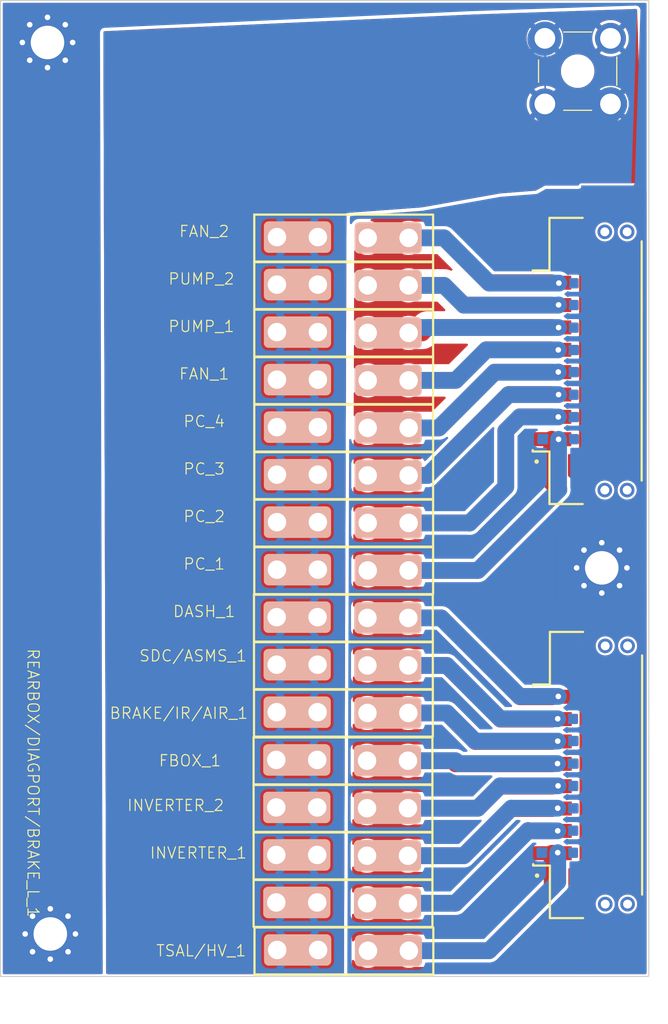
<source format=kicad_pcb>
(kicad_pcb (version 20241229) (generator "pcbnew") (generator_version "9.0")
  (title_block (rev "${REVISION}") (company "Author:") (comment 1 "Reviewer:"))
  (layers (0 "F.Cu" signal) (2 "B.Cu" signal) (13 "F.Paste" user) (15 "B.Paste" user) (5 "F.SilkS" user "F.Silkscreen") (7 "B.SilkS" user "B.Silkscreen") (1 "F.Mask" user) (3 "B.Mask" user) (25 "Edge.Cuts" user))
  (property "REVISION" "1.0")
  (net 0 "")
  (net 1 "GND")
  (net 2 "CAR_FUSE1")
  (net 3 "+BATT")
  (net 4 "CAR_FUSE2")
  (net 5 "CAR_FUSE3")
  (net 6 "CAR_FUSE4")
  (net 7 "CAR_FUSE5")
  (net 8 "CAR_FUSE6")
  (net 9 "CAR_FUSE7")
  (net 10 "CAR_FUSE8")
  (net 11 "CAR_FUSE9")
  (net 12 "CAR_FUSE10")
  (net 13 "CAR_FUSE11")
  (net 14 "CAR_FUSE12")
  (net 15 "CAR_FUSE13")
  (net 16 "CAR_FUSE14")
  (net 17 "CAR_FUSE15")
  (net 18 "CAR_FUSE16")
  (footprint "Dorabiane_na_oko:CAR_FUSE_CLIPS_MINI_3544" (layer "F.Cu") (at 151.52 139.52)
    (property "Reference" "TSAL/HV_1" (at -12.77 -0.02 0) (layer "F.SilkS") (effects (font (thickness 0.1))))
    (property "Value" "4A")
    (fp_rect (start -8 -2.1) (end 8 2.1) (stroke (width 0.2)) (fill no) (layer "F.SilkS"))
    (pad "1" thru_hole circle (at -5.97 -0.09) (size 1.65 1.65) (drill 1.65) (layers "*.Cu" "*.Mask") (net 3 "+BATT"))
    (pad "1" smd roundrect (at -4.14 -0.09) (size 6 2.8) (layers "*.Adhes" "*.Paste" "*.SilkS" "*.Mask" "B.Cu") (roundrect_rratio 0.15) (net 3 "+BATT"))
    (pad "1" thru_hole circle (at -2.31 -0.09) (size 1.65 1.65) (drill 1.65) (layers "*.Cu" "*.Mask") (net 3 "+BATT"))
    (pad "2" thru_hole circle (at 2.15 -0.02) (size 1.65 1.65) (drill 1.65) (layers "*.Cu" "*.Mask") (net 11 "CAR_FUSE9"))
    (pad "2" smd roundrect (at 3.98 -0.02) (size 6 2.8) (layers "*.Adhes" "*.Paste" "*.SilkS" "*.Mask" "B.Cu") (roundrect_rratio 0.15) (net 11 "CAR_FUSE9"))
    (pad "2" thru_hole circle (at 5.81 -0.02) (size 1.65 1.65) (drill 1.65) (layers "*.Cu" "*.Mask") (net 11 "CAR_FUSE9"))
  )
  (footprint "Dorabiane_na_oko:CAR_FUSE_CLIPS_MINI_3544" (layer "F.Cu") (at 151.475 118.25)
    (property "Reference" "BRAKE/IR/AIR_1" (at -14.725 0 0) (layer "F.SilkS") (effects (font (thickness 0.1))))
    (property "Value" "3A")
    (fp_rect (start -8 -2.1) (end 8 2.1) (stroke (width 0.2)) (fill no) (layer "F.SilkS"))
    (pad "1" thru_hole circle (at -5.97 -0.09) (size 1.65 1.65) (drill 1.65) (layers "*.Cu" "*.Mask") (net 3 "+BATT"))
    (pad "1" smd roundrect (at -4.14 -0.09) (size 6 2.8) (layers "*.Adhes" "*.Paste" "*.SilkS" "*.Mask" "B.Cu") (roundrect_rratio 0.15) (net 3 "+BATT"))
    (pad "1" thru_hole circle (at -2.31 -0.09) (size 1.65 1.65) (drill 1.65) (layers "*.Cu" "*.Mask") (net 3 "+BATT"))
    (pad "2" thru_hole circle (at 2.15 -0.02) (size 1.65 1.65) (drill 1.65) (layers "*.Cu" "*.Mask") (net 16 "CAR_FUSE14"))
    (pad "2" smd roundrect (at 3.98 -0.02) (size 6 2.8) (layers "*.Adhes" "*.Paste" "*.SilkS" "*.Mask" "B.Cu") (roundrect_rratio 0.15) (net 16 "CAR_FUSE14"))
    (pad "2" thru_hole circle (at 5.81 -0.02) (size 1.65 1.65) (drill 1.65) (layers "*.Cu" "*.Mask") (net 16 "CAR_FUSE14"))
  )
  (footprint "Dorabiane_na_oko:CAR_FUSE_CLIPS_MINI_3544" (layer "F.Cu") (at 151.44 126.77)
    (property "Reference" "INVERTER_2" (at -14.975 -0.27 0) (layer "F.SilkS") (effects (font (thickness 0.1))))
    (property "Value" "2A" (hide yes))
    (fp_rect (start -8 -2.1) (end 8 2.1) (stroke (width 0.2)) (fill no) (layer "F.SilkS"))
    (pad "1" thru_hole circle (at -5.97 -0.09) (size 1.65 1.65) (drill 1.65) (layers "*.Cu" "*.Mask") (net 3 "+BATT"))
    (pad "1" smd roundrect (at -4.14 -0.09) (size 6 2.8) (layers "*.Adhes" "*.Paste" "*.SilkS" "*.Mask" "B.Cu") (roundrect_rratio 0.15) (net 3 "+BATT"))
    (pad "1" thru_hole circle (at -2.31 -0.09) (size 1.65 1.65) (drill 1.65) (layers "*.Cu" "*.Mask") (net 3 "+BATT"))
    (pad "2" thru_hole circle (at 2.15 -0.02) (size 1.65 1.65) (drill 1.65) (layers "*.Cu" "*.Mask") (net 14 "CAR_FUSE12"))
    (pad "2" smd roundrect (at 3.98 -0.02) (size 6 2.8) (layers "*.Adhes" "*.Paste" "*.SilkS" "*.Mask" "B.Cu") (roundrect_rratio 0.15) (net 14 "CAR_FUSE12"))
    (pad "2" thru_hole circle (at 5.81 -0.02) (size 1.65 1.65) (drill 1.65) (layers "*.Cu" "*.Mask") (net 14 "CAR_FUSE12"))
  )
  (footprint "Dorabiane_na_oko:CAR_FUSE_CLIPS_MINI_3544" (layer "F.Cu") (at 151.5 88.5)
    (property "Reference" "FAN_1" (at -12.48 -0.6 0) (layer "F.SilkS") (effects (font (thickness 0.1))))
    (property "Value" "2A" (hide yes))
    (fp_rect (start -8 -2.1) (end 8 2.1) (stroke (width 0.2)) (fill no) (layer "F.SilkS"))
    (pad "1" thru_hole circle (at -5.97 -0.09) (size 1.65 1.65) (drill 1.65) (layers "*.Cu" "*.Mask") (net 3 "+BATT"))
    (pad "1" smd roundrect (at -4.14 -0.09) (size 6 2.8) (layers "*.Adhes" "*.Paste" "*.SilkS" "*.Mask" "B.Cu") (roundrect_rratio 0.15) (net 3 "+BATT"))
    (pad "1" thru_hole circle (at -2.31 -0.09) (size 1.65 1.65) (drill 1.65) (layers "*.Cu" "*.Mask") (net 3 "+BATT"))
    (pad "2" thru_hole circle (at 2.15 -0.02) (size 1.65 1.65) (drill 1.65) (layers "*.Cu" "*.Mask") (net 7 "CAR_FUSE5"))
    (pad "2" smd roundrect (at 3.98 -0.02) (size 6 2.8) (layers "*.Adhes" "*.Paste" "*.SilkS" "*.Mask" "B.Cu") (roundrect_rratio 0.15) (net 7 "CAR_FUSE5"))
    (pad "2" thru_hole circle (at 5.81 -0.02) (size 1.65 1.65) (drill 1.65) (layers "*.Cu" "*.Mask") (net 7 "CAR_FUSE5"))
  )
  (footprint "UMPT-08-01-L-RA-WT-P-TR:SAMTEC_UMPT-08-01-L-RA-WT-P-TR" (layer "F.Cu") (at 175.86 86.74 90)
    (property "Reference" "J5" (hide yes))
    (property "Value" "UMPT-08-01-L-RA-WT-P-TR" (hide yes))
    (fp_line (start 8.1 -7.45) (end 8.1 -5.95) (stroke (width 0.2)) (layer "F.SilkS"))
    (fp_line (start 7.975 -7.45) (end 8.1 -7.45) (stroke (width 0.2)) (layer "F.SilkS"))
    (fp_line (start -8.1 -7.45) (end -7.975 -7.45) (stroke (width 0.2)) (layer "F.SilkS"))
    (fp_line (start 12.8 -5.95) (end 12.8 -2.98) (stroke (width 0.2)) (layer "F.SilkS"))
    (fp_line (start 8.1 -5.95) (end 12.8 -5.95) (stroke (width 0.2)) (layer "F.SilkS"))
    (fp_line (start -8.1 -5.95) (end -8.1 -7.45) (stroke (width 0.2)) (layer "F.SilkS"))
    (fp_line (start -12.8 -5.95) (end -8.1 -5.95) (stroke (width 0.2)) (layer "F.SilkS"))
    (fp_line (start -12.8 -5.95) (end -12.8 -2.98) (stroke (width 0.2)) (layer "F.SilkS"))
    (fp_line (start 10.7 2.3) (end -10.7 2.3) (stroke (width 0.2)) (layer "F.SilkS"))
    (fp_circle (center -9 -7.1) (end -8.9 -7.1) (stroke (width 0.2)) (fill no) (layer "F.SilkS"))
    (pad "01" smd rect (at -7 -5.75 90) (size 1.25 3.5) (layers "F.Cu" "F.Paste") (net 2 "CAR_FUSE1"))
    (pad "02" smd rect (at -5 -5.75 90) (size 1.25 3.5) (layers "F.Cu" "F.Paste") (net 4 "CAR_FUSE2"))
    (pad "03" smd rect (at -3 -5.75 90) (size 1.25 3.5) (layers "F.Cu" "F.Paste") (net 5 "CAR_FUSE3"))
    (pad "04" smd rect (at -1 -5.75 90) (size 1.25 3.5) (layers "F.Cu" "F.Paste") (net 6 "CAR_FUSE4"))
    (pad "05" smd rect (at 1 -5.75 90) (size 1.25 3.5) (layers "F.Cu" "F.Paste") (net 7 "CAR_FUSE5"))
    (pad "06" smd rect (at 3 -5.75 90) (size 1.25 3.5) (layers "F.Cu" "F.Paste") (net 8 "CAR_FUSE6"))
    (pad "07" smd rect (at 5 -5.75 90) (size 1.25 3.5) (layers "F.Cu" "F.Paste") (net 9 "CAR_FUSE7"))
    (pad "08" smd rect (at 7 -5.75 90) (size 1.25 3.5) (layers "F.Cu" "F.Paste") (net 10 "CAR_FUSE8"))
    (pad "S1" thru_hole circle (at -11.55 -1 90) (size 1.308 1.308) (drill 0.8) (layers "*.Cu" "*.Mask"))
    (pad "S2" thru_hole circle (at -11.55 1 90) (size 1.308 1.308) (drill 0.8) (layers "*.Cu" "*.Mask"))
    (pad "S3" thru_hole circle (at 11.55 -1 90) (size 1.308 1.308) (drill 0.8) (layers "*.Cu" "*.Mask"))
    (pad "S4" thru_hole circle (at 11.55 1 90) (size 1.308 1.308) (drill 0.8) (layers "*.Cu" "*.Mask"))
  )
  (footprint "MountingHole:MountingHole_3mm_Pad_Via" (layer "F.Cu") (at 174.59099 105.25)
    (property "Reference" "REF**" (hide yes))
    (property "Value" "MountingHole_3mm_Pad_Via" (hide yes))
    (pad "1" thru_hole circle (at -2.25 0) (size 0.8 0.8) (drill 0.5) (layers "*.Cu" "*.Mask"))
    (pad "1" thru_hole circle (at -1.59099 -1.59099) (size 0.8 0.8) (drill 0.5) (layers "*.Cu" "*.Mask"))
    (pad "1" thru_hole circle (at -1.59099 1.59099) (size 0.8 0.8) (drill 0.5) (layers "*.Cu" "*.Mask"))
    (pad "1" thru_hole circle (at 0 -2.25) (size 0.8 0.8) (drill 0.5) (layers "*.Cu" "*.Mask") (net 1 "GND"))
    (pad "1" thru_hole circle (at 0 0) (size 6 6) (drill 3) (layers "*.Cu" "*.Mask") (net 1 "GND"))
    (pad "1" thru_hole circle (at 0 2.25) (size 0.8 0.8) (drill 0.5) (layers "*.Cu" "*.Mask") (net 1 "GND"))
    (pad "1" thru_hole circle (at 1.59099 -1.59099) (size 0.8 0.8) (drill 0.5) (layers "*.Cu" "*.Mask") (net 1 "GND"))
    (pad "1" thru_hole circle (at 1.59099 1.59099) (size 0.8 0.8) (drill 0.5) (layers "*.Cu" "*.Mask") (net 1 "GND"))
    (pad "1" thru_hole circle (at 2.25 0) (size 0.8 0.8) (drill 0.5) (layers "*.Cu" "*.Mask") (net 1 "GND"))
  )
  (footprint "Dorabiane_na_oko:CAR_FUSE_CLIPS_MINI_3544" (layer "F.Cu") (at 151.5 92.75)
    (property "Reference" "PC_4" (at -12.48 -0.6 0) (layer "F.SilkS") (effects (font (thickness 0.1))))
    (property "Value" "2A" (hide yes))
    (fp_rect (start -8 -2.1) (end 8 2.1) (stroke (width 0.2)) (fill no) (layer "F.SilkS"))
    (pad "1" thru_hole circle (at -5.97 -0.09) (size 1.65 1.65) (drill 1.65) (layers "*.Cu" "*.Mask") (net 3 "+BATT"))
    (pad "1" smd roundrect (at -4.14 -0.09) (size 6 2.8) (layers "*.Adhes" "*.Paste" "*.SilkS" "*.Mask" "B.Cu") (roundrect_rratio 0.15) (net 3 "+BATT"))
    (pad "1" thru_hole circle (at -2.31 -0.09) (size 1.65 1.65) (drill 1.65) (layers "*.Cu" "*.Mask") (net 3 "+BATT"))
    (pad "2" thru_hole circle (at 2.15 -0.02) (size 1.65 1.65) (drill 1.65) (layers "*.Cu" "*.Mask") (net 6 "CAR_FUSE4"))
    (pad "2" smd roundrect (at 3.98 -0.02) (size 6 2.8) (layers "*.Adhes" "*.Paste" "*.SilkS" "*.Mask" "B.Cu") (roundrect_rratio 0.15) (net 6 "CAR_FUSE4"))
    (pad "2" thru_hole circle (at 5.81 -0.02) (size 1.65 1.65) (drill 1.65) (layers "*.Cu" "*.Mask") (net 6 "CAR_FUSE4"))
  )
  (footprint "Dorabiane_na_oko:CAR_FUSE_CLIPS_MINI_3544" (layer "F.Cu") (at 151.5 84.25)
    (property "Reference" "PUMP_1" (at -12.73 -0.6 0) (layer "F.SilkS") (effects (font (thickness 0.1))))
    (property "Value" "2A" (hide yes))
    (fp_rect (start -8 -2.1) (end 8 2.1) (stroke (width 0.2)) (fill no) (layer "F.SilkS"))
    (pad "1" thru_hole circle (at -5.97 -0.09) (size 1.65 1.65) (drill 1.65) (layers "*.Cu" "*.Mask") (net 3 "+BATT"))
    (pad "1" smd roundrect (at -4.14 -0.09) (size 6 2.8) (layers "*.Adhes" "*.Paste" "*.SilkS" "*.Mask" "B.Cu") (roundrect_rratio 0.15) (net 3 "+BATT"))
    (pad "1" thru_hole circle (at -2.31 -0.09) (size 1.65 1.65) (drill 1.65) (layers "*.Cu" "*.Mask") (net 3 "+BATT"))
    (pad "2" thru_hole circle (at 2.15 -0.02) (size 1.65 1.65) (drill 1.65) (layers "*.Cu" "*.Mask") (net 8 "CAR_FUSE6"))
    (pad "2" smd roundrect (at 3.98 -0.02) (size 6 2.8) (layers "*.Adhes" "*.Paste" "*.SilkS" "*.Mask" "B.Cu") (roundrect_rratio 0.15) (net 8 "CAR_FUSE6"))
    (pad "2" thru_hole circle (at 5.81 -0.02) (size 1.65 1.65) (drill 1.65) (layers "*.Cu" "*.Mask") (net 8 "CAR_FUSE6"))
  )
  (footprint "Dorabiane_na_oko:CAR_FUSE_CLIPS_MINI_3544" (layer "F.Cu") (at 151.44 131.02)
    (property "Reference" "INVERTER_1" (at -12.94 -0.27 0) (layer "F.SilkS") (effects (font (thickness 0.1))))
    (property "Value" "2A" (hide yes))
    (fp_rect (start -8 -2.1) (end 8 2.1) (stroke (width 0.2)) (fill no) (layer "F.SilkS"))
    (pad "1" thru_hole circle (at -5.97 -0.09) (size 1.65 1.65) (drill 1.65) (layers "*.Cu" "*.Mask") (net 3 "+BATT"))
    (pad "1" smd roundrect (at -4.14 -0.09) (size 6 2.8) (layers "*.Adhes" "*.Paste" "*.SilkS" "*.Mask" "B.Cu") (roundrect_rratio 0.15) (net 3 "+BATT"))
    (pad "1" thru_hole circle (at -2.31 -0.09) (size 1.65 1.65) (drill 1.65) (layers "*.Cu" "*.Mask") (net 3 "+BATT"))
    (pad "2" thru_hole circle (at 2.15 -0.02) (size 1.65 1.65) (drill 1.65) (layers "*.Cu" "*.Mask") (net 13 "CAR_FUSE11"))
    (pad "2" smd roundrect (at 3.98 -0.02) (size 6 2.8) (layers "*.Adhes" "*.Paste" "*.SilkS" "*.Mask" "B.Cu") (roundrect_rratio 0.15) (net 13 "CAR_FUSE11"))
    (pad "2" thru_hole circle (at 5.81 -0.02) (size 1.65 1.65) (drill 1.65) (layers "*.Cu" "*.Mask") (net 13 "CAR_FUSE11"))
  )
  (footprint "Dorabiane_na_oko:CAR_FUSE_CLIPS_MINI_3544" (layer "F.Cu") (at 151.5 80)
    (property "Reference" "PUMP_2" (at -12.73 -0.6 0) (layer "F.SilkS") (effects (font (thickness 0.1))))
    (property "Value" "2A" (hide yes))
    (fp_rect (start -8 -2.1) (end 8 2.1) (stroke (width 0.2)) (fill no) (layer "F.SilkS"))
    (pad "1" thru_hole circle (at -5.97 -0.09) (size 1.65 1.65) (drill 1.65) (layers "*.Cu" "*.Mask") (net 3 "+BATT"))
    (pad "1" smd roundrect (at -4.14 -0.09) (size 6 2.8) (layers "*.Adhes" "*.Paste" "*.SilkS" "*.Mask" "B.Cu") (roundrect_rratio 0.15) (net 3 "+BATT"))
    (pad "1" thru_hole circle (at -2.31 -0.09) (size 1.65 1.65) (drill 1.65) (layers "*.Cu" "*.Mask") (net 3 "+BATT"))
    (pad "2" thru_hole circle (at 2.15 -0.02) (size 1.65 1.65) (drill 1.65) (layers "*.Cu" "*.Mask") (net 9 "CAR_FUSE7"))
    (pad "2" smd roundrect (at 3.98 -0.02) (size 6 2.8) (layers "*.Adhes" "*.Paste" "*.SilkS" "*.Mask" "B.Cu") (roundrect_rratio 0.15) (net 9 "CAR_FUSE7"))
    (pad "2" thru_hole circle (at 5.81 -0.02) (size 1.65 1.65) (drill 1.65) (layers "*.Cu" "*.Mask") (net 9 "CAR_FUSE7"))
  )
  (footprint "UMPT-08-01-L-RA-WT-P-TR:SAMTEC_UMPT-08-01-L-RA-WT-P-TR" (layer "F.Cu") (at 175.9 123.78 90)
    (property "Reference" "J8" (hide yes))
    (property "Value" "UMPT-08-01-L-RA-WT-P-TR" (hide yes))
    (fp_line (start 8.1 -7.45) (end 8.1 -5.95) (stroke (width 0.2)) (layer "F.SilkS"))
    (fp_line (start 7.975 -7.45) (end 8.1 -7.45) (stroke (width 0.2)) (layer "F.SilkS"))
    (fp_line (start -8.1 -7.45) (end -7.975 -7.45) (stroke (width 0.2)) (layer "F.SilkS"))
    (fp_line (start 12.8 -5.95) (end 12.8 -2.98) (stroke (width 0.2)) (layer "F.SilkS"))
    (fp_line (start 8.1 -5.95) (end 12.8 -5.95) (stroke (width 0.2)) (layer "F.SilkS"))
    (fp_line (start -8.1 -5.95) (end -8.1 -7.45) (stroke (width 0.2)) (layer "F.SilkS"))
    (fp_line (start -12.8 -5.95) (end -8.1 -5.95) (stroke (width 0.2)) (layer "F.SilkS"))
    (fp_line (start -12.8 -5.95) (end -12.8 -2.98) (stroke (width 0.2)) (layer "F.SilkS"))
    (fp_line (start 10.7 2.3) (end -10.7 2.3) (stroke (width 0.2)) (layer "F.SilkS"))
    (fp_circle (center -9 -7.1) (end -8.9 -7.1) (stroke (width 0.2)) (fill no) (layer "F.SilkS"))
    (pad "01" smd rect (at -7 -5.75 90) (size 1.25 3.5) (layers "F.Cu" "F.Paste") (net 11 "CAR_FUSE9"))
    (pad "02" smd rect (at -5 -5.75 90) (size 1.25 3.5) (layers "F.Cu" "F.Paste") (net 12 "CAR_FUSE10"))
    (pad "03" smd rect (at -3 -5.75 90) (size 1.25 3.5) (layers "F.Cu" "F.Paste") (net 13 "CAR_FUSE11"))
    (pad "04" smd rect (at -1 -5.75 90) (size 1.25 3.5) (layers "F.Cu" "F.Paste") (net 14 "CAR_FUSE12"))
    (pad "05" smd rect (at 1 -5.75 90) (size 1.25 3.5) (layers "F.Cu" "F.Paste") (net 15 "CAR_FUSE13"))
    (pad "06" smd rect (at 3 -5.75 90) (size 1.25 3.5) (layers "F.Cu" "F.Paste") (net 16 "CAR_FUSE14"))
    (pad "07" smd rect (at 5 -5.75 90) (size 1.25 3.5) (layers "F.Cu" "F.Paste") (net 17 "CAR_FUSE15"))
    (pad "08" smd rect (at 7 -5.75 90) (size 1.25 3.5) (layers "F.Cu" "F.Paste") (net 18 "CAR_FUSE16"))
    (pad "S1" thru_hole circle (at -11.55 -1 90) (size 1.308 1.308) (drill 0.8) (layers "*.Cu" "*.Mask"))
    (pad "S2" thru_hole circle (at -11.55 1 90) (size 1.308 1.308) (drill 0.8) (layers "*.Cu" "*.Mask"))
    (pad "S3" thru_hole circle (at 11.55 -1 90) (size 1.308 1.308) (drill 0.8) (layers "*.Cu" "*.Mask"))
    (pad "S4" thru_hole circle (at 11.55 1 90) (size 1.308 1.308) (drill 0.8) (layers "*.Cu" "*.Mask"))
  )
  (footprint "Redcube conn:74650073R" (layer "F.Cu") (at 169.5 63.75)
    (property "Reference" "J2" (at 2.935 -2.935 0) (layer "F.SilkS") (effects (font (size 1.27 1.27) (thickness 0.254))))
    (property "Value" "74650073R" (hide yes))
    (fp_line (start -0.565 -3.935) (end -0.565 -3.935) (stroke (width 0.1)) (layer "F.SilkS"))
    (fp_line (start -0.565 -3.935) (end -0.565 -1.935) (stroke (width 0.1)) (layer "F.SilkS"))
    (fp_line (start -0.565 -1.935) (end -0.565 -3.935) (stroke (width 0.1)) (layer "F.SilkS"))
    (fp_line (start -0.565 -1.935) (end -0.565 -1.935) (stroke (width 0.1)) (layer "F.SilkS"))
    (fp_line (start 1.685 -6.435) (end 1.685 -6.435) (stroke (width 0.1)) (layer "F.SilkS"))
    (fp_line (start 1.685 -6.435) (end 4.185 -6.435) (stroke (width 0.1)) (layer "F.SilkS"))
    (fp_line (start 1.685 0.565) (end 1.685 0.565) (stroke (width 0.1)) (layer "F.SilkS"))
    (fp_line (start 1.685 0.565) (end 4.185 0.565) (stroke (width 0.1)) (layer "F.SilkS"))
    (fp_line (start 4.185 -6.435) (end 1.685 -6.435) (stroke (width 0.1)) (layer "F.SilkS"))
    (fp_line (start 4.185 -6.435) (end 4.185 -6.435) (stroke (width 0.1)) (layer "F.SilkS"))
    (fp_line (start 4.185 0.565) (end 1.685 0.565) (stroke (width 0.1)) (layer "F.SilkS"))
    (fp_line (start 4.185 0.565) (end 4.185 0.565) (stroke (width 0.1)) (layer "F.SilkS"))
    (fp_line (start 6.435 -4.185) (end 6.435 -4.185) (stroke (width 0.1)) (layer "F.SilkS"))
    (fp_line (start 6.435 -4.185) (end 6.435 -1.685) (stroke (width 0.1)) (layer "F.SilkS"))
    (fp_line (start 6.435 -1.685) (end 6.435 -4.185) (stroke (width 0.1)) (layer "F.SilkS"))
    (fp_line (start 6.435 -1.685) (end 6.435 -1.685) (stroke (width 0.1)) (layer "F.SilkS"))
    (pad "" np_thru_hole circle (at 2.935 -2.935) (size 2.5 2.5) (drill 2.5) (layers "*.Cu" "*.Mask"))
    (pad "1" thru_hole circle (at 0 0) (size 2.775 2.775) (drill 1.85) (layers "*.Cu" "*.Mask") (net 3 "+BATT"))
    (pad "2" thru_hole circle (at 5.87 0) (size 2.775 2.775) (drill 1.85) (layers "*.Cu" "*.Mask") (net 3 "+BATT"))
    (pad "3" thru_hole circle (at 5.87 -5.87) (size 2.775 2.775) (drill 1.85) (layers "*.Cu" "*.Mask") (net 3 "+BATT"))
    (pad "4" thru_hole circle (at 0 -5.87) (size 2.775 2.775) (drill 1.85) (layers "*.Cu" "*.Mask") (net 3 "+BATT"))
  )
  (footprint "Dorabiane_na_oko:CAR_FUSE_CLIPS_MINI_3544" (layer "F.Cu") (at 151.44 135.27)
    (property "Reference" "REARBOX/DIAGPORT/BRAKE_L_1" (at -27.725 -10.78 270) (layer "F.SilkS") (effects (font (thickness 0.1))))
    (property "Value" "3A")
    (fp_rect (start -8 -2.1) (end 8 2.1) (stroke (width 0.2)) (fill no) (layer "F.SilkS"))
    (pad "1" thru_hole circle (at -5.97 -0.09) (size 1.65 1.65) (drill 1.65) (layers "*.Cu" "*.Mask") (net 3 "+BATT"))
    (pad "1" smd roundrect (at -4.14 -0.09) (size 6 2.8) (layers "*.Adhes" "*.Paste" "*.SilkS" "*.Mask" "B.Cu") (roundrect_rratio 0.15) (net 3 "+BATT"))
    (pad "1" thru_hole circle (at -2.31 -0.09) (size 1.65 1.65) (drill 1.65) (layers "*.Cu" "*.Mask") (net 3 "+BATT"))
    (pad "2" thru_hole circle (at 2.15 -0.02) (size 1.65 1.65) (drill 1.65) (layers "*.Cu" "*.Mask") (net 12 "CAR_FUSE10"))
    (pad "2" smd roundrect (at 3.98 -0.02) (size 6 2.8) (layers "*.Adhes" "*.Paste" "*.SilkS" "*.Mask" "B.Cu") (roundrect_rratio 0.15) (net 12 "CAR_FUSE10"))
    (pad "2" thru_hole circle (at 5.81 -0.02) (size 1.65 1.65) (drill 1.65) (layers "*.Cu" "*.Mask") (net 12 "CAR_FUSE10"))
  )
  (footprint "Dorabiane_na_oko:CAR_FUSE_CLIPS_MINI_3544" (layer "F.Cu") (at 151.475 114)
    (property "Reference" "SDC/ASMS_1" (at -13.455 -0.88 0) (layer "F.SilkS") (effects (font (thickness 0.1))))
    (property "Value" "2A" (hide yes))
    (fp_rect (start -8 -2.1) (end 8 2.1) (stroke (width 0.2)) (fill no) (layer "F.SilkS"))
    (pad "1" thru_hole circle (at -5.97 -0.09) (size 1.65 1.65) (drill 1.65) (layers "*.Cu" "*.Mask") (net 3 "+BATT"))
    (pad "1" smd roundrect (at -4.14 -0.09) (size 6 2.8) (layers "*.Adhes" "*.Paste" "*.SilkS" "*.Mask" "B.Cu") (roundrect_rratio 0.15) (net 3 "+BATT"))
    (pad "1" thru_hole circle (at -2.31 -0.09) (size 1.65 1.65) (drill 1.65) (layers "*.Cu" "*.Mask") (net 3 "+BATT"))
    (pad "2" thru_hole circle (at 2.15 -0.02) (size 1.65 1.65) (drill 1.65) (layers "*.Cu" "*.Mask") (net 17 "CAR_FUSE15"))
    (pad "2" smd roundrect (at 3.98 -0.02) (size 6 2.8) (layers "*.Adhes" "*.Paste" "*.SilkS" "*.Mask" "B.Cu") (roundrect_rratio 0.15) (net 17 "CAR_FUSE15"))
    (pad "2" thru_hole circle (at 5.81 -0.02) (size 1.65 1.65) (drill 1.65) (layers "*.Cu" "*.Mask") (net 17 "CAR_FUSE15"))
  )
  (footprint "MountingHole:MountingHole_3mm_Pad_Via" (layer "F.Cu") (at 125 58.25)
    (property "Reference" "REF**" (hide yes))
    (property "Value" "MountingHole_3mm_Pad_Via" (hide yes))
    (pad "1" thru_hole circle (at -2.25 0) (size 0.8 0.8) (drill 0.5) (layers "*.Cu" "*.Mask") (net 1 "GND"))
    (pad "1" thru_hole circle (at -1.59099 -1.59099) (size 0.8 0.8) (drill 0.5) (layers "*.Cu" "*.Mask") (net 1 "GND"))
    (pad "1" thru_hole circle (at -1.59099 1.59099) (size 0.8 0.8) (drill 0.5) (layers "*.Cu" "*.Mask") (net 1 "GND"))
    (pad "1" thru_hole circle (at 0 -2.25) (size 0.8 0.8) (drill 0.5) (layers "*.Cu" "*.Mask") (net 1 "GND"))
    (pad "1" thru_hole circle (at 0 0) (size 6 6) (drill 3) (layers "*.Cu" "*.Mask") (net 1 "GND"))
    (pad "1" thru_hole circle (at 0 2.25) (size 0.8 0.8) (drill 0.5) (layers "*.Cu" "*.Mask") (net 1 "GND"))
    (pad "1" thru_hole circle (at 1.59099 -1.59099) (size 0.8 0.8) (drill 0.5) (layers "*.Cu" "*.Mask") (net 1 "GND"))
    (pad "1" thru_hole circle (at 1.59099 1.59099) (size 0.8 0.8) (drill 0.5) (layers "*.Cu" "*.Mask") (net 1 "GND"))
    (pad "1" thru_hole circle (at 2.25 0) (size 0.8 0.8) (drill 0.5) (layers "*.Cu" "*.Mask") (net 1 "GND"))
  )
  (footprint "Dorabiane_na_oko:CAR_FUSE_CLIPS_MINI_3544" (layer "F.Cu") (at 151.5 97)
    (property "Reference" "PC_3" (at -12.48 -0.6 0) (layer "F.SilkS") (effects (font (thickness 0.1))))
    (property "Value" "2A" (hide yes))
    (fp_rect (start -8 -2.1) (end 8 2.1) (stroke (width 0.2)) (fill no) (layer "F.SilkS"))
    (pad "1" thru_hole circle (at -5.97 -0.09) (size 1.65 1.65) (drill 1.65) (layers "*.Cu" "*.Mask") (net 3 "+BATT"))
    (pad "1" smd roundrect (at -4.14 -0.09) (size 6 2.8) (layers "*.Adhes" "*.Paste" "*.SilkS" "*.Mask" "B.Cu") (roundrect_rratio 0.15) (net 3 "+BATT"))
    (pad "1" thru_hole circle (at -2.31 -0.09) (size 1.65 1.65) (drill 1.65) (layers "*.Cu" "*.Mask") (net 3 "+BATT"))
    (pad "2" thru_hole circle (at 2.15 -0.02) (size 1.65 1.65) (drill 1.65) (layers "*.Cu" "*.Mask") (net 5 "CAR_FUSE3"))
    (pad "2" smd roundrect (at 3.98 -0.02) (size 6 2.8) (layers "*.Adhes" "*.Paste" "*.SilkS" "*.Mask" "B.Cu") (roundrect_rratio 0.15) (net 5 "CAR_FUSE3"))
    (pad "2" thru_hole circle (at 5.81 -0.02) (size 1.65 1.65) (drill 1.65) (layers "*.Cu" "*.Mask") (net 5 "CAR_FUSE3"))
  )
  (footprint "MountingHole:MountingHole_3mm_Pad_Via" (layer "F.Cu") (at 125.25 138)
    (property "Reference" "REF**" (hide yes))
    (property "Value" "MountingHole_3mm_Pad_Via" (hide yes))
    (pad "1" thru_hole circle (at -2.25 0) (size 0.8 0.8) (drill 0.5) (layers "*.Cu" "*.Mask") (net 1 "GND"))
    (pad "1" thru_hole circle (at -1.59099 -1.59099) (size 0.8 0.8) (drill 0.5) (layers "*.Cu" "*.Mask") (net 1 "GND"))
    (pad "1" thru_hole circle (at -1.59099 1.59099) (size 0.8 0.8) (drill 0.5) (layers "*.Cu" "*.Mask") (net 1 "GND"))
    (pad "1" thru_hole circle (at 0 -2.25) (size 0.8 0.8) (drill 0.5) (layers "*.Cu" "*.Mask") (net 1 "GND"))
    (pad "1" thru_hole circle (at 0 0) (size 6 6) (drill 3) (layers "*.Cu" "*.Mask") (net 1 "GND"))
    (pad "1" thru_hole circle (at 0 2.25) (size 0.8 0.8) (drill 0.5) (layers "*.Cu" "*.Mask") (net 1 "GND"))
    (pad "1" thru_hole circle (at 1.59099 -1.59099) (size 0.8 0.8) (drill 0.5) (layers "*.Cu" "*.Mask") (net 1 "GND"))
    (pad "1" thru_hole circle (at 1.59099 1.59099) (size 0.8 0.8) (drill 0.5) (layers "*.Cu" "*.Mask") (net 1 "GND"))
    (pad "1" thru_hole circle (at 2.25 0) (size 0.8 0.8) (drill 0.5) (layers "*.Cu" "*.Mask") (net 1 "GND"))
  )
  (footprint "Dorabiane_na_oko:CAR_FUSE_CLIPS_MINI_3544" (layer "F.Cu") (at 151.5 105.5)
    (property "Reference" "PC_1" (at -12.48 -0.6 0) (layer "F.SilkS") (effects (font (thickness 0.1))))
    (property "Value" "2A" (hide yes))
    (fp_rect (start -8 -2.1) (end 8 2.1) (stroke (width 0.2)) (fill no) (layer "F.SilkS"))
    (pad "1" thru_hole circle (at -5.97 -0.09) (size 1.65 1.65) (drill 1.65) (layers "*.Cu" "*.Mask") (net 3 "+BATT"))
    (pad "1" smd roundrect (at -4.14 -0.09) (size 6 2.8) (layers "*.Adhes" "*.Paste" "*.SilkS" "*.Mask" "B.Cu") (roundrect_rratio 0.15) (net 3 "+BATT"))
    (pad "1" thru_hole circle (at -2.31 -0.09) (size 1.65 1.65) (drill 1.65) (layers "*.Cu" "*.Mask") (net 3 "+BATT"))
    (pad "2" thru_hole circle (at 2.15 -0.02) (size 1.65 1.65) (drill 1.65) (layers "*.Cu" "*.Mask") (net 2 "CAR_FUSE1"))
    (pad "2" smd roundrect (at 3.98 -0.02) (size 6 2.8) (layers "*.Adhes" "*.Paste" "*.SilkS" "*.Mask" "B.Cu") (roundrect_rratio 0.15) (net 2 "CAR_FUSE1"))
    (pad "2" thru_hole circle (at 5.81 -0.02) (size 1.65 1.65) (drill 1.65) (layers "*.Cu" "*.Mask") (net 2 "CAR_FUSE1"))
  )
  (footprint "Dorabiane_na_oko:CAR_FUSE_CLIPS_MINI_3544" (layer "F.Cu") (at 151.44 122.52)
    (property "Reference" "FBOX_1" (at -13.69 -0.02 0) (layer "F.SilkS") (effects (font (thickness 0.1))))
    (property "Value" "2A" (hide yes))
    (fp_rect (start -8 -2.1) (end 8 2.1) (stroke (width 0.2)) (fill no) (layer "F.SilkS"))
    (pad "1" thru_hole circle (at -5.97 -0.09) (size 1.65 1.65) (drill 1.65) (layers "*.Cu" "*.Mask") (net 3 "+BATT"))
    (pad "1" smd roundrect (at -4.14 -0.09) (size 6 2.8) (layers "*.Adhes" "*.Paste" "*.SilkS" "*.Mask" "B.Cu") (roundrect_rratio 0.15) (net 3 "+BATT"))
    (pad "1" thru_hole circle (at -2.31 -0.09) (size 1.65 1.65) (drill 1.65) (layers "*.Cu" "*.Mask") (net 3 "+BATT"))
    (pad "2" thru_hole circle (at 2.15 -0.02) (size 1.65 1.65) (drill 1.65) (layers "*.Cu" "*.Mask") (net 15 "CAR_FUSE13"))
    (pad "2" smd roundrect (at 3.98 -0.02) (size 6 2.8) (layers "*.Adhes" "*.Paste" "*.SilkS" "*.Mask" "B.Cu") (roundrect_rratio 0.15) (net 15 "CAR_FUSE13"))
    (pad "2" thru_hole circle (at 5.81 -0.02) (size 1.65 1.65) (drill 1.65) (layers "*.Cu" "*.Mask") (net 15 "CAR_FUSE13"))
  )
  (footprint "Dorabiane_na_oko:CAR_FUSE_CLIPS_MINI_3544" (layer "F.Cu") (at 151.5 75.75)
    (property "Reference" "FAN_2" (at -12.48 -0.6 0) (layer "F.SilkS") (effects (font (thickness 0.1))))
    (property "Value" "2A" (hide yes))
    (fp_rect (start -8 -2.1) (end 8 2.1) (stroke (width 0.2)) (fill no) (layer "F.SilkS"))
    (pad "1" thru_hole circle (at -5.97 -0.09) (size 1.65 1.65) (drill 1.65) (layers "*.Cu" "*.Mask") (net 3 "+BATT"))
    (pad "1" smd roundrect (at -4.14 -0.09) (size 6 2.8) (layers "*.Adhes" "*.Paste" "*.SilkS" "*.Mask" "B.Cu") (roundrect_rratio 0.15) (net 3 "+BATT"))
    (pad "1" thru_hole circle (at -2.31 -0.09) (size 1.65 1.65) (drill 1.65) (layers "*.Cu" "*.Mask") (net 3 "+BATT"))
    (pad "2" thru_hole circle (at 2.15 -0.02) (size 1.65 1.65) (drill 1.65) (layers "*.Cu" "*.Mask") (net 10 "CAR_FUSE8"))
    (pad "2" smd roundrect (at 3.98 -0.02) (size 6 2.8) (layers "*.Adhes" "*.Paste" "*.SilkS" "*.Mask" "B.Cu") (roundrect_rratio 0.15) (net 10 "CAR_FUSE8"))
    (pad "2" thru_hole circle (at 5.81 -0.02) (size 1.65 1.65) (drill 1.65) (layers "*.Cu" "*.Mask") (net 10 "CAR_FUSE8"))
  )
  (footprint "Dorabiane_na_oko:CAR_FUSE_CLIPS_MINI_3544" (layer "F.Cu") (at 151.475 109.75)
    (property "Reference" "DASH_1" (at -12.455 -0.6 0) (layer "F.SilkS") (effects (font (thickness 0.1))))
    (property "Value" "2A")
    (fp_rect (start -8 -2.1) (end 8 2.1) (stroke (width 0.2)) (fill no) (layer "F.SilkS"))
    (pad "1" thru_hole circle (at -5.97 -0.09) (size 1.65 1.65) (drill 1.65) (layers "*.Cu" "*.Mask") (net 3 "+BATT"))
    (pad "1" smd roundrect (at -4.14 -0.09) (size 6 2.8) (layers "*.Adhes" "*.Paste" "*.SilkS" "*.Mask" "B.Cu") (roundrect_rratio 0.15) (net 3 "+BATT"))
    (pad "1" thru_hole circle (at -2.31 -0.09) (size 1.65 1.65) (drill 1.65) (layers "*.Cu" "*.Mask") (net 3 "+BATT"))
    (pad "2" thru_hole circle (at 2.15 -0.02) (size 1.65 1.65) (drill 1.65) (layers "*.Cu" "*.Mask") (net 18 "CAR_FUSE16"))
    (pad "2" smd roundrect (at 3.98 -0.02) (size 6 2.8) (layers "*.Adhes" "*.Paste" "*.SilkS" "*.Mask" "B.Cu") (roundrect_rratio 0.15) (net 18 "CAR_FUSE16"))
    (pad "2" thru_hole circle (at 5.81 -0.02) (size 1.65 1.65) (drill 1.65) (layers "*.Cu" "*.Mask") (net 18 "CAR_FUSE16"))
  )
  (footprint "Dorabiane_na_oko:CAR_FUSE_CLIPS_MINI_3544" (layer "F.Cu") (at 151.5 101.25)
    (property "Reference" "PC_2" (at -12.48 -0.6 0) (layer "F.SilkS") (effects (font (thickness 0.1))))
    (property "Value" "2A" (hide yes))
    (fp_rect (start -8 -2.1) (end 8 2.1) (stroke (width 0.2)) (fill no) (layer "F.SilkS"))
    (pad "1" thru_hole circle (at -5.97 -0.09) (size 1.65 1.65) (drill 1.65) (layers "*.Cu" "*.Mask") (net 3 "+BATT"))
    (pad "1" smd roundrect (at -4.14 -0.09) (size 6 2.8) (layers "*.Adhes" "*.Paste" "*.SilkS" "*.Mask" "B.Cu") (roundrect_rratio 0.15) (net 3 "+BATT"))
    (pad "1" thru_hole circle (at -2.31 -0.09) (size 1.65 1.65) (drill 1.65) (layers "*.Cu" "*.Mask") (net 3 "+BATT"))
    (pad "2" thru_hole circle (at 2.15 -0.02) (size 1.65 1.65) (drill 1.65) (layers "*.Cu" "*.Mask") (net 4 "CAR_FUSE2"))
    (pad "2" smd roundrect (at 3.98 -0.02) (size 6 2.8) (layers "*.Adhes" "*.Paste" "*.SilkS" "*.Mask" "B.Cu") (roundrect_rratio 0.15) (net 4 "CAR_FUSE2"))
    (pad "2" thru_hole circle (at 5.81 -0.02) (size 1.65 1.65) (drill 1.65) (layers "*.Cu" "*.Mask") (net 4 "CAR_FUSE2"))
  )
  (gr_rect (start 120.8 54.5) (end 178.8 141.8) (stroke (width 0.1)) (fill no) (layer "Edge.Cuts"))
  (segment (start 170.11 97.61) (end 170.11 93.74) (width 1.5) (layer "F.Cu") (net 2))
  (segment (start 157.31 105.48) (end 163.52 105.48) (width 1.5) (layer "F.Cu") (net 2))
  (segment (start 170.75 98.25) (end 170.11 97.61) (width 1.5) (layer "F.Cu") (net 2))
  (segment (start 163.52 105.48) (end 170.75 98.25) (width 1.5) (layer "F.Cu") (net 2))
  (via (at 170.725 93.75) (size 0.7) (drill 0.5) (layers "F.Cu" "B.Cu") (net 2))
  (segment (start 157.31 105.48) (end 163.52 105.48) (width 1.5) (layer "B.Cu") (net 2))
  (segment (start 163.52 105.48) (end 170.75 98.25) (width 1.5) (layer "B.Cu") (net 2))
  (segment (start 170.725 98.225) (end 170.725 93.75) (width 1.5) (layer "B.Cu") (net 2))
  (segment (start 170.75 98.25) (end 170.725 98.225) (width 1.5) (layer "B.Cu") (net 2))
  (segment (start 175.37 63.75) (end 174.87 64.25) (width 3) (layer "B.Cu") (net 3))
  (segment (start 169.5 57.88) (end 169.43 57.95) (width 3) (layer "B.Cu") (net 3))
  (segment (start 169.53 57.83) (end 169.53 63.7) (width 0.15) (layer "B.Cu") (net 3))
  (segment (start 174.87 64.25) (end 170 64.25) (width 3) (layer "B.Cu") (net 3))
  (segment (start 157.31 101.23) (end 162.77 101.23) (width 1.5) (layer "F.Cu") (net 4))
  (segment (start 166 93) (end 167.26 91.74) (width 1.5) (layer "F.Cu") (net 4))
  (segment (start 167.26 91.74) (end 170.11 91.74) (width 1.5) (layer "F.Cu") (net 4))
  (segment (start 162.77 101.23) (end 166 98) (width 1.5) (layer "F.Cu") (net 4))
  (segment (start 166 98) (end 166 93) (width 1.5) (layer "F.Cu") (net 4))
  (via (at 170.7 91.75) (size 0.7) (drill 0.5) (layers "F.Cu" "B.Cu") (net 4))
  (segment (start 166 93) (end 166 98) (width 1.5) (layer "B.Cu") (net 4))
  (segment (start 167.25 91.75) (end 166 93) (width 1.5) (layer "B.Cu") (net 4))
  (segment (start 166 98) (end 162.75 101.25) (width 1.5) (layer "B.Cu") (net 4))
  (segment (start 170.7 91.75) (end 167.25 91.75) (width 1.5) (layer "B.Cu") (net 4))
  (segment (start 162.73 101.23) (end 157.31 101.23) (width 1.5) (layer "B.Cu") (net 4))
  (segment (start 162.75 101.25) (end 162.73 101.23) (width 1.5) (layer "B.Cu") (net 4))
  (segment (start 159.02 96.98) (end 166.26 89.74) (width 1.5) (layer "F.Cu") (net 5))
  (segment (start 157.31 96.98) (end 159.02 96.98) (width 1.5) (layer "F.Cu") (net 5))
  (segment (start 166.26 89.74) (end 170.11 89.74) (width 1.5) (layer "F.Cu") (net 5))
  (via (at 170.725 89.75) (size 0.7) (drill 0.5) (layers "F.Cu" "B.Cu") (net 5))
  (segment (start 159.02 96.98) (end 166.25 89.75) (width 1.5) (layer "B.Cu") (net 5))
  (segment (start 166.25 89.75) (end 170.725 89.75) (width 1.5) (layer "B.Cu") (net 5))
  (segment (start 157.31 96.98) (end 159.02 96.98) (width 1.5) (layer "B.Cu") (net 5))
  (segment (start 160.02 92.73) (end 165.01 87.74) (width 1.5) (layer "F.Cu") (net 6))
  (segment (start 157.31 92.73) (end 160.02 92.73) (width 1.5) (layer "F.Cu") (net 6))
  (segment (start 165.01 87.74) (end 170.11 87.74) (width 1.5) (layer "F.Cu") (net 6))
  (via (at 170.7 87.725) (size 0.7) (drill 0.5) (layers "F.Cu" "B.Cu") (net 6))
  (segment (start 170.675 87.75) (end 170.7 87.725) (width 1.5) (layer "B.Cu") (net 6))
  (segment (start 165 87.75) (end 170.675 87.75) (width 1.5) (layer "B.Cu") (net 6))
  (segment (start 160.02 92.73) (end 165 87.75) (width 1.5) (layer "B.Cu") (net 6))
  (segment (start 157.31 92.73) (end 160.02 92.73) (width 1.5) (layer "B.Cu") (net 6))
  (segment (start 170.11 85.74) (end 168.67 85.74) (width 0.8) (layer "F.Cu") (net 7))
  (segment (start 161.52 88.48) (end 164.26 85.74) (width 1.5) (layer "F.Cu") (net 7))
  (segment (start 164.26 85.74) (end 170.11 85.74) (width 1.5) (layer "F.Cu") (net 7))
  (segment (start 157.31 88.48) (end 161.52 88.48) (width 1.5) (layer "F.Cu") (net 7))
  (via (at 170.7 85.75) (size 0.7) (drill 0.5) (layers "F.Cu" "B.Cu") (net 7))
  (segment (start 164.25 85.75) (end 170.7 85.75) (width 1.5) (layer "B.Cu") (net 7))
  (segment (start 157.31 88.48) (end 161.52 88.48) (width 1.5) (layer "B.Cu") (net 7))
  (segment (start 161.52 88.48) (end 164.25 85.75) (width 1.5) (layer "B.Cu") (net 7))
  (segment (start 170.11 83.74) (end 168.985 83.74) (width 0.8) (layer "F.Cu") (net 8))
  (segment (start 157.31 84.23) (end 158.52 84.23) (width 1.5) (layer "F.Cu") (net 8))
  (segment (start 158.52 84.23) (end 159.01 83.74) (width 1.5) (layer "F.Cu") (net 8))
  (segment (start 159.01 83.74) (end 170.11 83.74) (width 1.5) (layer "F.Cu") (net 8))
  (via (at 170.725 83.75) (size 0.7) (drill 0.5) (layers "F.Cu" "B.Cu") (net 8))
  (segment (start 157.79 83.75) (end 157.31 84.23) (width 1.5) (layer "B.Cu") (net 8))
  (segment (start 170.725 83.75) (end 157.79 83.75) (width 1.5) (layer "B.Cu") (net 8))
  (segment (start 157.31 79.98) (end 160.48 79.98) (width 1.5) (layer "F.Cu") (net 9))
  (segment (start 160.48 79.98) (end 162.25 81.75) (width 1.5) (layer "F.Cu") (net 9))
  (segment (start 162.25 81.75) (end 162.26 81.74) (width 1.5) (layer "F.Cu") (net 9))
  (segment (start 170.11 81.74) (end 168.753 81.74) (width 0.8) (layer "F.Cu") (net 9))
  (segment (start 162.26 81.74) (end 170.11 81.74) (width 1.5) (layer "F.Cu") (net 9))
  (via (at 170.725 81.725) (size 0.7) (drill 0.5) (layers "F.Cu" "B.Cu") (net 9))
  (segment (start 170.7 81.75) (end 170.725 81.725) (width 1.5) (layer "B.Cu") (net 9))
  (segment (start 162.25 81.75) (end 170.7 81.75) (width 1.5) (layer "B.Cu") (net 9))
  (segment (start 157.31 79.98) (end 160.48 79.98) (width 1.5) (layer "B.Cu") (net 9))
  (segment (start 160.48 79.98) (end 162.25 81.75) (width 1.5) (layer "B.Cu") (net 9))
  (segment (start 160.48 75.73) (end 157.31 75.73) (width 1.5) (layer "F.Cu") (net 10))
  (segment (start 164.49 79.74) (end 160.48 75.73) (width 1.5) (layer "F.Cu") (net 10))
  (segment (start 170.11 79.74) (end 164.49 79.74) (width 1.5) (layer "F.Cu") (net 10))
  (via (at 170.75 79.775) (size 0.7) (drill 0.5) (layers "F.Cu" "B.Cu") (net 10))
  (segment (start 160.48 75.73) (end 157.31 75.73) (width 1.5) (layer "B.Cu") (net 10))
  (segment (start 170.75 79.775) (end 164.525 79.775) (width 1.5) (layer "B.Cu") (net 10))
  (segment (start 164.525 79.775) (end 160.48 75.73) (width 1.5) (layer "B.Cu") (net 10))
  (segment (start 164.5 139.5) (end 157.33 139.5) (width 1.5) (layer "F.Cu") (net 11))
  (segment (start 170.15 130.78) (end 170.15 133.85) (width 1.5) (layer "F.Cu") (net 11))
  (segment (start 170.15 133.85) (end 164.5 139.5) (width 1.5) (layer "F.Cu") (net 11))
  (via (at 170.65 130.725) (size 0.7) (drill 0.5) (layers "F.Cu" "B.Cu") (net 11))
  (segment (start 170.65 133.35) (end 164.5 139.5) (width 1.5) (layer "B.Cu") (net 11))
  (segment (start 170.65 130.725) (end 170.65 133.35) (width 1.5) (layer "B.Cu") (net 11))
  (segment (start 164.5 139.5) (end 157.33 139.5) (width 1.5) (layer "B.Cu") (net 11))
  (segment (start 168.03 128.78) (end 170.15 128.78) (width 1.5) (layer "F.Cu") (net 12))
  (segment (start 168 128.75) (end 168.03 128.78) (width 1.5) (layer "F.Cu") (net 12))
  (segment (start 161.5 135.25) (end 168 128.75) (width 1.5) (layer "F.Cu") (net 12))
  (segment (start 157.25 135.25) (end 161.5 135.25) (width 1.5) (layer "F.Cu") (net 12))
  (via (at 170.65 128.775) (size 0.7) (drill 0.5) (layers "F.Cu" "B.Cu") (net 12))
  (segment (start 170.65 128.775) (end 167.975 128.775) (width 1.5) (layer "B.Cu") (net 12))
  (segment (start 167.975 128.775) (end 161.5 135.25) (width 1.5) (layer "B.Cu") (net 12))
  (segment (start 161.5 135.25) (end 157.25 135.25) (width 1.5) (layer "B.Cu") (net 12))
  (segment (start 166.5 126.75) (end 166.53 126.78) (width 1.5) (layer "F.Cu") (net 13))
  (segment (start 162.25 131) (end 166.5 126.75) (width 1.5) (layer "F.Cu") (net 13))
  (segment (start 157.25 131) (end 162.25 131) (width 1.5) (layer "F.Cu") (net 13))
  (segment (start 166.53 126.78) (end 170.15 126.78) (width 1.5) (layer "F.Cu") (net 13))
  (via (at 170.65 126.75) (size 0.7) (drill 0.5) (layers "F.Cu" "B.Cu") (net 13))
  (segment (start 166.5 126.75) (end 162.25 131) (width 1.5) (layer "B.Cu") (net 13))
  (segment (start 170.65 126.75) (end 166.5 126.75) (width 1.5) (layer "B.Cu") (net 13))
  (segment (start 162.25 131) (end 157.25 131) (width 1.5) (layer "B.Cu") (net 13))
  (segment (start 163.5 126.75) (end 165.5 124.75) (width 1.5) (layer "F.Cu") (net 14))
  (segment (start 165.53 124.78) (end 170.15 124.78) (width 1.5) (layer "F.Cu") (net 14))
  (segment (start 157.25 126.75) (end 163.5 126.75) (width 1.5) (layer "F.Cu") (net 14))
  (segment (start 165.5 124.75) (end 165.53 124.78) (width 1.5) (layer "F.Cu") (net 14))
  (via (at 170.68 124.75) (size 0.7) (drill 0.5) (layers "F.Cu" "B.Cu") (net 14))
  (segment (start 163.5 126.75) (end 165.5 124.75) (width 1.5) (layer "B.Cu") (net 14))
  (segment (start 157.25 126.75) (end 163.5 126.75) (width 1.5) (layer "B.Cu") (net 14))
  (segment (start 165.5 124.75) (end 170.68 124.75) (width 1.5) (layer "B.Cu") (net 14))
  (segment (start 161.53 122.78) (end 161.25 122.5) (width 1.5) (layer "F.Cu") (net 15))
  (segment (start 170.15 122.78) (end 161.53 122.78) (width 1.5) (layer "F.Cu") (net 15))
  (segment (start 161.25 122.5) (end 157.25 122.5) (width 1.5) (layer "F.Cu") (net 15))
  (via (at 170.63 122.76) (size 0.7) (drill 0.5) (layers "F.Cu" "B.Cu") (net 15))
  (segment (start 170.63 122.76) (end 161.76 122.76) (width 1.5) (layer "B.Cu") (net 15))
  (segment (start 161.76 122.76) (end 161.5 122.5) (width 1.5) (layer "B.Cu") (net 15))
  (segment (start 161.5 122.5) (end 157.25 122.5) (width 1.5) (layer "B.Cu") (net 15))
  (segment (start 163.28 120.78) (end 170.15 120.78) (width 1.5) (layer "F.Cu") (net 16))
  (segment (start 157.285 118.23) (end 160.73 118.23) (width 1.5) (layer "F.Cu") (net 16))
  (segment (start 160.73 118.23) (end 163.28 120.78) (width 1.5) (layer "F.Cu") (net 16))
  (via (at 170.65 120.75) (size 0.7) (drill 0.5) (layers "F.Cu" "B.Cu") (net 16))
  (segment (start 163.25 120.75) (end 160.73 118.23) (width 1.5) (layer "B.Cu") (net 16))
  (segment (start 160.73 118.23) (end 157.285 118.23) (width 1.5) (layer "B.Cu") (net 16))
  (segment (start 170.65 120.75) (end 163.25 120.75) (width 1.5) (layer "B.Cu") (net 16))
  (segment (start 165.53 118.78) (end 170.15 118.78) (width 1.5) (layer "F.Cu") (net 17))
  (segment (start 157.285 113.98) (end 160.73 113.98) (width 1.5) (layer "F.Cu") (net 17))
  (segment (start 160.73 113.98) (end 165.53 118.78) (width 1.5) (layer "F.Cu") (net 17))
  (via (at 170.65 118.75) (size 0.7) (drill 0.5) (layers "F.Cu" "B.Cu") (net 17))
  (segment (start 160.73 113.98) (end 157.285 113.98) (width 1.5) (layer "B.Cu") (net 17))
  (segment (start 170.65 118.75) (end 165.5 118.75) (width 1.5) (layer "B.Cu") (net 17))
  (segment (start 165.5 118.75) (end 160.73 113.98) (width 1.5) (layer "B.Cu") (net 17))
  (segment (start 167.28 116.78) (end 170.15 116.78) (width 1.5) (layer "F.Cu") (net 18))
  (segment (start 157.285 109.73) (end 160.23 109.73) (width 1.5) (layer "F.Cu") (net 18))
  (segment (start 160.23 109.73) (end 167.28 116.78) (width 1.5) (layer "F.Cu") (net 18))
  (via (at 170.7 116.75) (size 0.7) (drill 0.5) (layers "F.Cu" "B.Cu") (net 18))
  (segment (start 167.25 116.75) (end 160.23 109.73) (width 1.5) (layer "B.Cu") (net 18))
  (segment (start 160.23 109.73) (end 157.285 109.73) (width 1.5) (layer "B.Cu") (net 18))
  (segment (start 170.7 116.75) (end 167.25 116.75) (width 1.5) (layer "B.Cu") (net 18))
  (zone (net 1) (net_name "GND") (layer "F.Cu") (priority 1) (connect_pads yes (clearance 0.7)) (min_thickness 0.2) (fill yes (thermal_gap 0.25) (thermal_bridge_width 0.5) (smoothing fillet) (radius 0.25))
    (polygon (pts (xy 120.85 54.55) (xy 120.85 141.75) (xy 178.75 141.75) (xy 178.75 54.55)))
  )
  (zone (net 3) (net_name "+BATT") (layer "F.Cu") (priority 1) (connect_pads (clearance 0.2)) (min_thickness 0.25) (fill yes (thermal_gap 0.25) (thermal_bridge_width 0.5))
    (polygon (pts (xy 178.25 70.75) (xy 178.2 71.05) (xy 169.5 71.05) (xy 168.7 71.5) (xy 165.5 71.75) (xy 158.5 73) (xy 151.75 73.5) (xy 151.52 141.75) (xy 130.25 141.75) (xy 130 57.25) (xy 135 57) (xy 177.75 55.25)))
  )
  (zone (net 3) (net_name "+BATT") (layers "F.Cu" "B.Cu") (priority 1) (connect_pads (clearance 0.2)) (min_thickness 0.25) (fill yes (thermal_gap 0.25) (thermal_bridge_width 0.5))
    (polygon (pts (xy 177.25 70.5) (xy 177.25 71.05) (xy 169.5 71.05) (xy 168.7 71.5) (xy 165.5 71.75) (xy 158.5 73) (xy 151.75 73.5) (xy 151.52 141.75) (xy 130.25 141.75) (xy 130 57.25) (xy 163 55.75) (xy 177.75 55.25)))
  )
  (zone (net 1) (net_name "GND") (layers "F.Cu" "B.Cu") (priority 2) (connect_pads yes (clearance 0.2)) (min_thickness 0.25) (fill yes (thermal_gap 0.5) (thermal_bridge_width 0.5))
    (polygon (pts (xy 178.2 71.05) (xy 172.75 71.05) (xy 172.75 101) (xy 170.5 102.25) (xy 170.5 108.5) (xy 172.75 110) (xy 173 141.75) (xy 178.75 141.75)))
  )
  (zone (net 0) (net_name "") (layer "B.Cu") (priority 3) (connect_pads yes (clearance 0.2)) (min_thickness 0.25) (fill yes (thermal_gap 0.5) (thermal_bridge_width 0.5))
    (polygon (pts (xy 168.775 87.275) (xy 172.55 87.275) (xy 172.55 88.2) (xy 168.775 88.2)))
  )
  (zone (net 0) (net_name "") (layer "B.Cu") (priority 3) (connect_pads yes (clearance 0.2)) (min_thickness 0.25) (fill yes (thermal_gap 0.5) (thermal_bridge_width 0.5))
    (polygon (pts (xy 168.75 118.3) (xy 172.475 118.3) (xy 172.475 119.225) (xy 168.75 119.225)))
  )
  (zone (net 0) (net_name "") (layer "B.Cu") (priority 3) (connect_pads yes (clearance 0.2)) (min_thickness 0.25) (fill yes (thermal_gap 0.5) (thermal_bridge_width 0.5))
    (polygon (pts (xy 168.775 85.3) (xy 172.55 85.3) (xy 172.55 86.225) (xy 168.775 86.225)))
  )
  (zone (net 0) (net_name "") (layer "B.Cu") (priority 3) (connect_pads yes (clearance 0.2)) (min_thickness 0.25) (fill yes (thermal_gap 0.5) (thermal_bridge_width 0.5))
    (polygon (pts (xy 168.775 91.3) (xy 172.55 91.3) (xy 172.55 92.225) (xy 168.775 92.225)))
  )
  (zone (net 1) (net_name "GND") (layer "B.Cu") (connect_pads yes (clearance 0.3)) (min_thickness 0.2) (fill yes (thermal_gap 0.2) (thermal_bridge_width 1) (smoothing fillet) (radius 0.25))
    (polygon (pts (xy 120.85 54.55) (xy 178.75 54.55) (xy 178.75 141.75) (xy 120.85 141.75)))
  )
  (zone (net 0) (net_name "") (layer "B.Cu") (priority 3) (connect_pads yes (clearance 0.2)) (min_thickness 0.25) (fill yes (thermal_gap 0.5) (thermal_bridge_width 0.5))
    (polygon (pts (xy 168.775 128.3) (xy 172.5 128.3) (xy 172.5 129.225) (xy 168.775 129.225)))
  )
  (zone (net 0) (net_name "") (layer "B.Cu") (priority 3) (connect_pads yes (clearance 0.2)) (min_thickness 0.25) (fill yes (thermal_gap 0.5) (thermal_bridge_width 0.5))
    (polygon (pts (xy 168.825 93.275) (xy 172.55 93.275) (xy 172.55 94.2) (xy 168.825 94.2)))
  )
  (zone (net 0) (net_name "") (layer "B.Cu") (priority 3) (connect_pads yes (clearance 0.2)) (min_thickness 0.25) (fill yes (thermal_gap 0.5) (thermal_bridge_width 0.5))
    (polygon (pts (xy 168.85 79.325) (xy 172.525 79.325) (xy 172.525 80.25) (xy 168.85 80.25)))
  )
  (zone (net 0) (net_name "") (layer "B.Cu") (priority 3) (connect_pads yes (clearance 0.2)) (min_thickness 0.25) (fill yes (thermal_gap 0.5) (thermal_bridge_width 0.5))
    (polygon (pts (xy 168.75 130.275) (xy 172.475 130.275) (xy 172.475 131.2) (xy 168.75 131.2)))
  )
  (zone (net 0) (net_name "") (layer "B.Cu") (priority 3) (connect_pads yes (clearance 0.2)) (min_thickness 0.25) (fill yes (thermal_gap 0.5) (thermal_bridge_width 0.5))
    (polygon (pts (xy 168.725 124.3) (xy 172.5 124.3) (xy 172.5 125.225) (xy 168.725 125.225)))
  )
  (zone (net 0) (net_name "") (layer "B.Cu") (priority 3) (connect_pads yes (clearance 0.2)) (min_thickness 0.25) (fill yes (thermal_gap 0.5) (thermal_bridge_width 0.5))
    (polygon (pts (xy 168.8 89.3) (xy 172.525 89.3) (xy 172.525 90.225) (xy 168.8 90.225)))
  )
  (zone (net 0) (net_name "") (layer "B.Cu") (priority 3) (connect_pads yes (clearance 0.2)) (min_thickness 0.25) (fill yes (thermal_gap 0.5) (thermal_bridge_width 0.5))
    (polygon (pts (xy 168.75 122.3) (xy 172.525 122.3) (xy 172.525 123.225) (xy 168.75 123.225)))
  )
  (zone (net 0) (net_name "") (layer "B.Cu") (priority 3) (connect_pads yes (clearance 0.2)) (min_thickness 0.25) (fill yes (thermal_gap 0.5) (thermal_bridge_width 0.5))
    (polygon (pts (xy 168.8 126.3) (xy 172.525 126.3) (xy 172.525 127.225) (xy 168.8 127.225)))
  )
  (zone (net 0) (net_name "") (layer "B.Cu") (priority 3) (connect_pads yes (clearance 0.2)) (min_thickness 0.25) (fill yes (thermal_gap 0.5) (thermal_bridge_width 0.5))
    (polygon (pts (xy 168.8 83.3) (xy 172.525 83.3) (xy 172.525 84.225) (xy 168.8 84.225)))
  )
  (zone (net 0) (net_name "") (layer "B.Cu") (priority 3) (connect_pads yes (clearance 0.2)) (min_thickness 0.25) (fill yes (thermal_gap 0.5) (thermal_bridge_width 0.5))
    (polygon (pts (xy 168.8 120.275) (xy 172.525 120.275) (xy 172.525 121.2) (xy 168.8 121.2)))
  )
  (zone (net 0) (net_name "") (layer "B.Cu") (priority 3) (connect_pads yes (clearance 0.2)) (min_thickness 0.25) (fill yes (thermal_gap 0.5) (thermal_bridge_width 0.5))
    (polygon (pts (xy 168.8 81.275) (xy 172.525 81.275) (xy 172.525 82.2) (xy 168.8 82.2)))
  )
)
</source>
